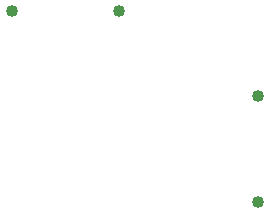
<source format=gbr>
%FSTAX23Y23*%
%MOIN*%
%SFA1B1*%

%IPPOS*%
%ADD124C,0.040000*%
%ADD125C,0.040000*%
%LNbatt_man_rev2_npth_drill-1*%
%LPD*%
G54D124*
X03606Y00803D03*
Y01157D03*
G54D125*
X03143Y0144D03*
X02789D03*
M02*
</source>
